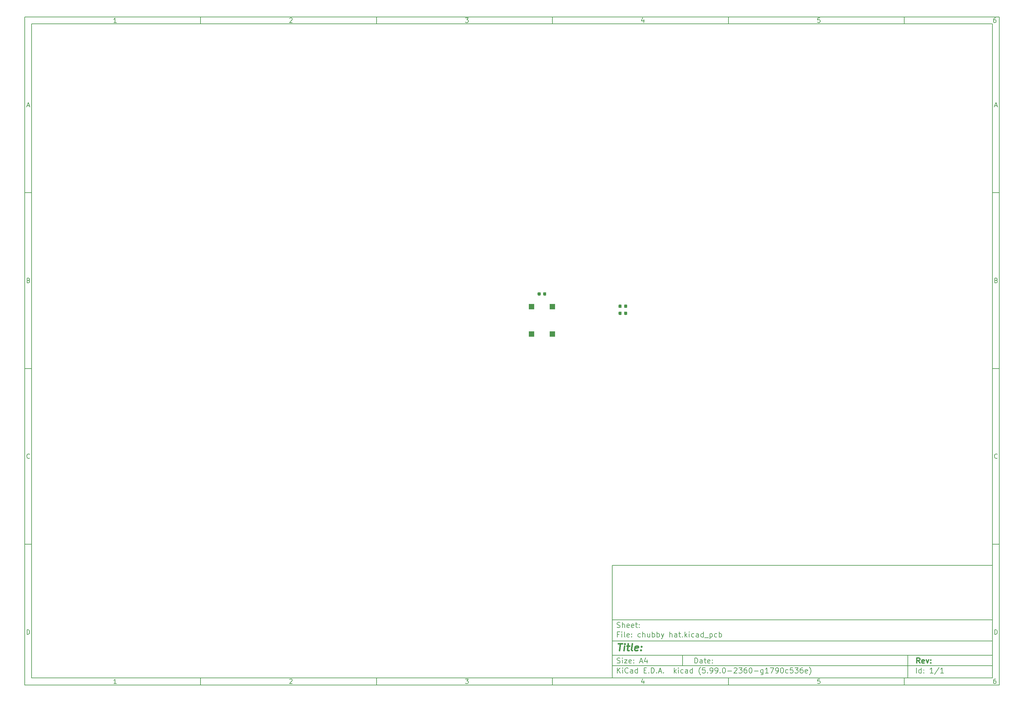
<source format=gbr>
%TF.GenerationSoftware,KiCad,Pcbnew,(5.99.0-2360-g1790c536e)*%
%TF.CreationDate,2020-08-29T16:27:00+02:00*%
%TF.ProjectId,chubby hat,63687562-6279-4206-9861-742e6b696361,rev?*%
%TF.SameCoordinates,Original*%
%TF.FileFunction,Paste,Top*%
%TF.FilePolarity,Positive*%
%FSLAX46Y46*%
G04 Gerber Fmt 4.6, Leading zero omitted, Abs format (unit mm)*
G04 Created by KiCad (PCBNEW (5.99.0-2360-g1790c536e)) date 2020-08-29 16:27:00*
%MOMM*%
%LPD*%
G01*
G04 APERTURE LIST*
%ADD10C,0.000000*%
%ADD11C,0.150000*%
%ADD12C,0.300000*%
%ADD13C,0.400000*%
%ADD14R,1.500000X1.500000*%
G04 APERTURE END LIST*
D10*
D11*
X177002200Y-166007200D02*
X177002200Y-198007200D01*
X285002200Y-198007200D01*
X285002200Y-166007200D01*
X177002200Y-166007200D01*
D10*
D11*
X10000000Y-10000000D02*
X10000000Y-200007200D01*
X287002200Y-200007200D01*
X287002200Y-10000000D01*
X10000000Y-10000000D01*
D10*
D11*
X12000000Y-12000000D02*
X12000000Y-198007200D01*
X285002200Y-198007200D01*
X285002200Y-12000000D01*
X12000000Y-12000000D01*
D10*
D11*
X60000000Y-12000000D02*
X60000000Y-10000000D01*
D10*
D11*
X110000000Y-12000000D02*
X110000000Y-10000000D01*
D10*
D11*
X160000000Y-12000000D02*
X160000000Y-10000000D01*
D10*
D11*
X210000000Y-12000000D02*
X210000000Y-10000000D01*
D10*
D11*
X260000000Y-12000000D02*
X260000000Y-10000000D01*
D10*
D11*
X36065476Y-11588095D02*
X35322619Y-11588095D01*
X35694047Y-11588095D02*
X35694047Y-10288095D01*
X35570238Y-10473809D01*
X35446428Y-10597619D01*
X35322619Y-10659523D01*
D10*
D11*
X85322619Y-10411904D02*
X85384523Y-10350000D01*
X85508333Y-10288095D01*
X85817857Y-10288095D01*
X85941666Y-10350000D01*
X86003571Y-10411904D01*
X86065476Y-10535714D01*
X86065476Y-10659523D01*
X86003571Y-10845238D01*
X85260714Y-11588095D01*
X86065476Y-11588095D01*
D10*
D11*
X135260714Y-10288095D02*
X136065476Y-10288095D01*
X135632142Y-10783333D01*
X135817857Y-10783333D01*
X135941666Y-10845238D01*
X136003571Y-10907142D01*
X136065476Y-11030952D01*
X136065476Y-11340476D01*
X136003571Y-11464285D01*
X135941666Y-11526190D01*
X135817857Y-11588095D01*
X135446428Y-11588095D01*
X135322619Y-11526190D01*
X135260714Y-11464285D01*
D10*
D11*
X185941666Y-10721428D02*
X185941666Y-11588095D01*
X185632142Y-10226190D02*
X185322619Y-11154761D01*
X186127380Y-11154761D01*
D10*
D11*
X236003571Y-10288095D02*
X235384523Y-10288095D01*
X235322619Y-10907142D01*
X235384523Y-10845238D01*
X235508333Y-10783333D01*
X235817857Y-10783333D01*
X235941666Y-10845238D01*
X236003571Y-10907142D01*
X236065476Y-11030952D01*
X236065476Y-11340476D01*
X236003571Y-11464285D01*
X235941666Y-11526190D01*
X235817857Y-11588095D01*
X235508333Y-11588095D01*
X235384523Y-11526190D01*
X235322619Y-11464285D01*
D10*
D11*
X285941666Y-10288095D02*
X285694047Y-10288095D01*
X285570238Y-10350000D01*
X285508333Y-10411904D01*
X285384523Y-10597619D01*
X285322619Y-10845238D01*
X285322619Y-11340476D01*
X285384523Y-11464285D01*
X285446428Y-11526190D01*
X285570238Y-11588095D01*
X285817857Y-11588095D01*
X285941666Y-11526190D01*
X286003571Y-11464285D01*
X286065476Y-11340476D01*
X286065476Y-11030952D01*
X286003571Y-10907142D01*
X285941666Y-10845238D01*
X285817857Y-10783333D01*
X285570238Y-10783333D01*
X285446428Y-10845238D01*
X285384523Y-10907142D01*
X285322619Y-11030952D01*
D10*
D11*
X60000000Y-198007200D02*
X60000000Y-200007200D01*
D10*
D11*
X110000000Y-198007200D02*
X110000000Y-200007200D01*
D10*
D11*
X160000000Y-198007200D02*
X160000000Y-200007200D01*
D10*
D11*
X210000000Y-198007200D02*
X210000000Y-200007200D01*
D10*
D11*
X260000000Y-198007200D02*
X260000000Y-200007200D01*
D10*
D11*
X36065476Y-199595295D02*
X35322619Y-199595295D01*
X35694047Y-199595295D02*
X35694047Y-198295295D01*
X35570238Y-198481009D01*
X35446428Y-198604819D01*
X35322619Y-198666723D01*
D10*
D11*
X85322619Y-198419104D02*
X85384523Y-198357200D01*
X85508333Y-198295295D01*
X85817857Y-198295295D01*
X85941666Y-198357200D01*
X86003571Y-198419104D01*
X86065476Y-198542914D01*
X86065476Y-198666723D01*
X86003571Y-198852438D01*
X85260714Y-199595295D01*
X86065476Y-199595295D01*
D10*
D11*
X135260714Y-198295295D02*
X136065476Y-198295295D01*
X135632142Y-198790533D01*
X135817857Y-198790533D01*
X135941666Y-198852438D01*
X136003571Y-198914342D01*
X136065476Y-199038152D01*
X136065476Y-199347676D01*
X136003571Y-199471485D01*
X135941666Y-199533390D01*
X135817857Y-199595295D01*
X135446428Y-199595295D01*
X135322619Y-199533390D01*
X135260714Y-199471485D01*
D10*
D11*
X185941666Y-198728628D02*
X185941666Y-199595295D01*
X185632142Y-198233390D02*
X185322619Y-199161961D01*
X186127380Y-199161961D01*
D10*
D11*
X236003571Y-198295295D02*
X235384523Y-198295295D01*
X235322619Y-198914342D01*
X235384523Y-198852438D01*
X235508333Y-198790533D01*
X235817857Y-198790533D01*
X235941666Y-198852438D01*
X236003571Y-198914342D01*
X236065476Y-199038152D01*
X236065476Y-199347676D01*
X236003571Y-199471485D01*
X235941666Y-199533390D01*
X235817857Y-199595295D01*
X235508333Y-199595295D01*
X235384523Y-199533390D01*
X235322619Y-199471485D01*
D10*
D11*
X285941666Y-198295295D02*
X285694047Y-198295295D01*
X285570238Y-198357200D01*
X285508333Y-198419104D01*
X285384523Y-198604819D01*
X285322619Y-198852438D01*
X285322619Y-199347676D01*
X285384523Y-199471485D01*
X285446428Y-199533390D01*
X285570238Y-199595295D01*
X285817857Y-199595295D01*
X285941666Y-199533390D01*
X286003571Y-199471485D01*
X286065476Y-199347676D01*
X286065476Y-199038152D01*
X286003571Y-198914342D01*
X285941666Y-198852438D01*
X285817857Y-198790533D01*
X285570238Y-198790533D01*
X285446428Y-198852438D01*
X285384523Y-198914342D01*
X285322619Y-199038152D01*
D10*
D11*
X10000000Y-60000000D02*
X12000000Y-60000000D01*
D10*
D11*
X10000000Y-110000000D02*
X12000000Y-110000000D01*
D10*
D11*
X10000000Y-160000000D02*
X12000000Y-160000000D01*
D10*
D11*
X10690476Y-35216666D02*
X11309523Y-35216666D01*
X10566666Y-35588095D02*
X11000000Y-34288095D01*
X11433333Y-35588095D01*
D10*
D11*
X11092857Y-84907142D02*
X11278571Y-84969047D01*
X11340476Y-85030952D01*
X11402380Y-85154761D01*
X11402380Y-85340476D01*
X11340476Y-85464285D01*
X11278571Y-85526190D01*
X11154761Y-85588095D01*
X10659523Y-85588095D01*
X10659523Y-84288095D01*
X11092857Y-84288095D01*
X11216666Y-84350000D01*
X11278571Y-84411904D01*
X11340476Y-84535714D01*
X11340476Y-84659523D01*
X11278571Y-84783333D01*
X11216666Y-84845238D01*
X11092857Y-84907142D01*
X10659523Y-84907142D01*
D10*
D11*
X11402380Y-135464285D02*
X11340476Y-135526190D01*
X11154761Y-135588095D01*
X11030952Y-135588095D01*
X10845238Y-135526190D01*
X10721428Y-135402380D01*
X10659523Y-135278571D01*
X10597619Y-135030952D01*
X10597619Y-134845238D01*
X10659523Y-134597619D01*
X10721428Y-134473809D01*
X10845238Y-134350000D01*
X11030952Y-134288095D01*
X11154761Y-134288095D01*
X11340476Y-134350000D01*
X11402380Y-134411904D01*
D10*
D11*
X10659523Y-185588095D02*
X10659523Y-184288095D01*
X10969047Y-184288095D01*
X11154761Y-184350000D01*
X11278571Y-184473809D01*
X11340476Y-184597619D01*
X11402380Y-184845238D01*
X11402380Y-185030952D01*
X11340476Y-185278571D01*
X11278571Y-185402380D01*
X11154761Y-185526190D01*
X10969047Y-185588095D01*
X10659523Y-185588095D01*
D10*
D11*
X287002200Y-60000000D02*
X285002200Y-60000000D01*
D10*
D11*
X287002200Y-110000000D02*
X285002200Y-110000000D01*
D10*
D11*
X287002200Y-160000000D02*
X285002200Y-160000000D01*
D10*
D11*
X285692676Y-35216666D02*
X286311723Y-35216666D01*
X285568866Y-35588095D02*
X286002200Y-34288095D01*
X286435533Y-35588095D01*
D10*
D11*
X286095057Y-84907142D02*
X286280771Y-84969047D01*
X286342676Y-85030952D01*
X286404580Y-85154761D01*
X286404580Y-85340476D01*
X286342676Y-85464285D01*
X286280771Y-85526190D01*
X286156961Y-85588095D01*
X285661723Y-85588095D01*
X285661723Y-84288095D01*
X286095057Y-84288095D01*
X286218866Y-84350000D01*
X286280771Y-84411904D01*
X286342676Y-84535714D01*
X286342676Y-84659523D01*
X286280771Y-84783333D01*
X286218866Y-84845238D01*
X286095057Y-84907142D01*
X285661723Y-84907142D01*
D10*
D11*
X286404580Y-135464285D02*
X286342676Y-135526190D01*
X286156961Y-135588095D01*
X286033152Y-135588095D01*
X285847438Y-135526190D01*
X285723628Y-135402380D01*
X285661723Y-135278571D01*
X285599819Y-135030952D01*
X285599819Y-134845238D01*
X285661723Y-134597619D01*
X285723628Y-134473809D01*
X285847438Y-134350000D01*
X286033152Y-134288095D01*
X286156961Y-134288095D01*
X286342676Y-134350000D01*
X286404580Y-134411904D01*
D10*
D11*
X285661723Y-185588095D02*
X285661723Y-184288095D01*
X285971247Y-184288095D01*
X286156961Y-184350000D01*
X286280771Y-184473809D01*
X286342676Y-184597619D01*
X286404580Y-184845238D01*
X286404580Y-185030952D01*
X286342676Y-185278571D01*
X286280771Y-185402380D01*
X286156961Y-185526190D01*
X285971247Y-185588095D01*
X285661723Y-185588095D01*
D10*
D11*
X200434342Y-193785771D02*
X200434342Y-192285771D01*
X200791485Y-192285771D01*
X201005771Y-192357200D01*
X201148628Y-192500057D01*
X201220057Y-192642914D01*
X201291485Y-192928628D01*
X201291485Y-193142914D01*
X201220057Y-193428628D01*
X201148628Y-193571485D01*
X201005771Y-193714342D01*
X200791485Y-193785771D01*
X200434342Y-193785771D01*
X202577200Y-193785771D02*
X202577200Y-193000057D01*
X202505771Y-192857200D01*
X202362914Y-192785771D01*
X202077200Y-192785771D01*
X201934342Y-192857200D01*
X202577200Y-193714342D02*
X202434342Y-193785771D01*
X202077200Y-193785771D01*
X201934342Y-193714342D01*
X201862914Y-193571485D01*
X201862914Y-193428628D01*
X201934342Y-193285771D01*
X202077200Y-193214342D01*
X202434342Y-193214342D01*
X202577200Y-193142914D01*
X203077200Y-192785771D02*
X203648628Y-192785771D01*
X203291485Y-192285771D02*
X203291485Y-193571485D01*
X203362914Y-193714342D01*
X203505771Y-193785771D01*
X203648628Y-193785771D01*
X204720057Y-193714342D02*
X204577200Y-193785771D01*
X204291485Y-193785771D01*
X204148628Y-193714342D01*
X204077200Y-193571485D01*
X204077200Y-193000057D01*
X204148628Y-192857200D01*
X204291485Y-192785771D01*
X204577200Y-192785771D01*
X204720057Y-192857200D01*
X204791485Y-193000057D01*
X204791485Y-193142914D01*
X204077200Y-193285771D01*
X205434342Y-193642914D02*
X205505771Y-193714342D01*
X205434342Y-193785771D01*
X205362914Y-193714342D01*
X205434342Y-193642914D01*
X205434342Y-193785771D01*
X205434342Y-192857200D02*
X205505771Y-192928628D01*
X205434342Y-193000057D01*
X205362914Y-192928628D01*
X205434342Y-192857200D01*
X205434342Y-193000057D01*
D10*
D11*
X177002200Y-194507200D02*
X285002200Y-194507200D01*
D10*
D11*
X178434342Y-196585771D02*
X178434342Y-195085771D01*
X179291485Y-196585771D02*
X178648628Y-195728628D01*
X179291485Y-195085771D02*
X178434342Y-195942914D01*
X179934342Y-196585771D02*
X179934342Y-195585771D01*
X179934342Y-195085771D02*
X179862914Y-195157200D01*
X179934342Y-195228628D01*
X180005771Y-195157200D01*
X179934342Y-195085771D01*
X179934342Y-195228628D01*
X181505771Y-196442914D02*
X181434342Y-196514342D01*
X181220057Y-196585771D01*
X181077200Y-196585771D01*
X180862914Y-196514342D01*
X180720057Y-196371485D01*
X180648628Y-196228628D01*
X180577200Y-195942914D01*
X180577200Y-195728628D01*
X180648628Y-195442914D01*
X180720057Y-195300057D01*
X180862914Y-195157200D01*
X181077200Y-195085771D01*
X181220057Y-195085771D01*
X181434342Y-195157200D01*
X181505771Y-195228628D01*
X182791485Y-196585771D02*
X182791485Y-195800057D01*
X182720057Y-195657200D01*
X182577200Y-195585771D01*
X182291485Y-195585771D01*
X182148628Y-195657200D01*
X182791485Y-196514342D02*
X182648628Y-196585771D01*
X182291485Y-196585771D01*
X182148628Y-196514342D01*
X182077200Y-196371485D01*
X182077200Y-196228628D01*
X182148628Y-196085771D01*
X182291485Y-196014342D01*
X182648628Y-196014342D01*
X182791485Y-195942914D01*
X184148628Y-196585771D02*
X184148628Y-195085771D01*
X184148628Y-196514342D02*
X184005771Y-196585771D01*
X183720057Y-196585771D01*
X183577200Y-196514342D01*
X183505771Y-196442914D01*
X183434342Y-196300057D01*
X183434342Y-195871485D01*
X183505771Y-195728628D01*
X183577200Y-195657200D01*
X183720057Y-195585771D01*
X184005771Y-195585771D01*
X184148628Y-195657200D01*
X186005771Y-195800057D02*
X186505771Y-195800057D01*
X186720057Y-196585771D02*
X186005771Y-196585771D01*
X186005771Y-195085771D01*
X186720057Y-195085771D01*
X187362914Y-196442914D02*
X187434342Y-196514342D01*
X187362914Y-196585771D01*
X187291485Y-196514342D01*
X187362914Y-196442914D01*
X187362914Y-196585771D01*
X188077200Y-196585771D02*
X188077200Y-195085771D01*
X188434342Y-195085771D01*
X188648628Y-195157200D01*
X188791485Y-195300057D01*
X188862914Y-195442914D01*
X188934342Y-195728628D01*
X188934342Y-195942914D01*
X188862914Y-196228628D01*
X188791485Y-196371485D01*
X188648628Y-196514342D01*
X188434342Y-196585771D01*
X188077200Y-196585771D01*
X189577200Y-196442914D02*
X189648628Y-196514342D01*
X189577200Y-196585771D01*
X189505771Y-196514342D01*
X189577200Y-196442914D01*
X189577200Y-196585771D01*
X190220057Y-196157200D02*
X190934342Y-196157200D01*
X190077200Y-196585771D02*
X190577200Y-195085771D01*
X191077200Y-196585771D01*
X191577200Y-196442914D02*
X191648628Y-196514342D01*
X191577200Y-196585771D01*
X191505771Y-196514342D01*
X191577200Y-196442914D01*
X191577200Y-196585771D01*
X194577200Y-196585771D02*
X194577200Y-195085771D01*
X194720057Y-196014342D02*
X195148628Y-196585771D01*
X195148628Y-195585771D02*
X194577200Y-196157200D01*
X195791485Y-196585771D02*
X195791485Y-195585771D01*
X195791485Y-195085771D02*
X195720057Y-195157200D01*
X195791485Y-195228628D01*
X195862914Y-195157200D01*
X195791485Y-195085771D01*
X195791485Y-195228628D01*
X197148628Y-196514342D02*
X197005771Y-196585771D01*
X196720057Y-196585771D01*
X196577200Y-196514342D01*
X196505771Y-196442914D01*
X196434342Y-196300057D01*
X196434342Y-195871485D01*
X196505771Y-195728628D01*
X196577200Y-195657200D01*
X196720057Y-195585771D01*
X197005771Y-195585771D01*
X197148628Y-195657200D01*
X198434342Y-196585771D02*
X198434342Y-195800057D01*
X198362914Y-195657200D01*
X198220057Y-195585771D01*
X197934342Y-195585771D01*
X197791485Y-195657200D01*
X198434342Y-196514342D02*
X198291485Y-196585771D01*
X197934342Y-196585771D01*
X197791485Y-196514342D01*
X197720057Y-196371485D01*
X197720057Y-196228628D01*
X197791485Y-196085771D01*
X197934342Y-196014342D01*
X198291485Y-196014342D01*
X198434342Y-195942914D01*
X199791485Y-196585771D02*
X199791485Y-195085771D01*
X199791485Y-196514342D02*
X199648628Y-196585771D01*
X199362914Y-196585771D01*
X199220057Y-196514342D01*
X199148628Y-196442914D01*
X199077200Y-196300057D01*
X199077200Y-195871485D01*
X199148628Y-195728628D01*
X199220057Y-195657200D01*
X199362914Y-195585771D01*
X199648628Y-195585771D01*
X199791485Y-195657200D01*
X202077200Y-197157200D02*
X202005771Y-197085771D01*
X201862914Y-196871485D01*
X201791485Y-196728628D01*
X201720057Y-196514342D01*
X201648628Y-196157200D01*
X201648628Y-195871485D01*
X201720057Y-195514342D01*
X201791485Y-195300057D01*
X201862914Y-195157200D01*
X202005771Y-194942914D01*
X202077200Y-194871485D01*
X203362914Y-195085771D02*
X202648628Y-195085771D01*
X202577200Y-195800057D01*
X202648628Y-195728628D01*
X202791485Y-195657200D01*
X203148628Y-195657200D01*
X203291485Y-195728628D01*
X203362914Y-195800057D01*
X203434342Y-195942914D01*
X203434342Y-196300057D01*
X203362914Y-196442914D01*
X203291485Y-196514342D01*
X203148628Y-196585771D01*
X202791485Y-196585771D01*
X202648628Y-196514342D01*
X202577200Y-196442914D01*
X204077200Y-196442914D02*
X204148628Y-196514342D01*
X204077200Y-196585771D01*
X204005771Y-196514342D01*
X204077200Y-196442914D01*
X204077200Y-196585771D01*
X204862914Y-196585771D02*
X205148628Y-196585771D01*
X205291485Y-196514342D01*
X205362914Y-196442914D01*
X205505771Y-196228628D01*
X205577200Y-195942914D01*
X205577200Y-195371485D01*
X205505771Y-195228628D01*
X205434342Y-195157200D01*
X205291485Y-195085771D01*
X205005771Y-195085771D01*
X204862914Y-195157200D01*
X204791485Y-195228628D01*
X204720057Y-195371485D01*
X204720057Y-195728628D01*
X204791485Y-195871485D01*
X204862914Y-195942914D01*
X205005771Y-196014342D01*
X205291485Y-196014342D01*
X205434342Y-195942914D01*
X205505771Y-195871485D01*
X205577200Y-195728628D01*
X206291485Y-196585771D02*
X206577200Y-196585771D01*
X206720057Y-196514342D01*
X206791485Y-196442914D01*
X206934342Y-196228628D01*
X207005771Y-195942914D01*
X207005771Y-195371485D01*
X206934342Y-195228628D01*
X206862914Y-195157200D01*
X206720057Y-195085771D01*
X206434342Y-195085771D01*
X206291485Y-195157200D01*
X206220057Y-195228628D01*
X206148628Y-195371485D01*
X206148628Y-195728628D01*
X206220057Y-195871485D01*
X206291485Y-195942914D01*
X206434342Y-196014342D01*
X206720057Y-196014342D01*
X206862914Y-195942914D01*
X206934342Y-195871485D01*
X207005771Y-195728628D01*
X207648628Y-196442914D02*
X207720057Y-196514342D01*
X207648628Y-196585771D01*
X207577200Y-196514342D01*
X207648628Y-196442914D01*
X207648628Y-196585771D01*
X208648628Y-195085771D02*
X208791485Y-195085771D01*
X208934342Y-195157200D01*
X209005771Y-195228628D01*
X209077200Y-195371485D01*
X209148628Y-195657200D01*
X209148628Y-196014342D01*
X209077200Y-196300057D01*
X209005771Y-196442914D01*
X208934342Y-196514342D01*
X208791485Y-196585771D01*
X208648628Y-196585771D01*
X208505771Y-196514342D01*
X208434342Y-196442914D01*
X208362914Y-196300057D01*
X208291485Y-196014342D01*
X208291485Y-195657200D01*
X208362914Y-195371485D01*
X208434342Y-195228628D01*
X208505771Y-195157200D01*
X208648628Y-195085771D01*
X209791485Y-196014342D02*
X210934342Y-196014342D01*
X211577200Y-195228628D02*
X211648628Y-195157200D01*
X211791485Y-195085771D01*
X212148628Y-195085771D01*
X212291485Y-195157200D01*
X212362914Y-195228628D01*
X212434342Y-195371485D01*
X212434342Y-195514342D01*
X212362914Y-195728628D01*
X211505771Y-196585771D01*
X212434342Y-196585771D01*
X212934342Y-195085771D02*
X213862914Y-195085771D01*
X213362914Y-195657200D01*
X213577200Y-195657200D01*
X213720057Y-195728628D01*
X213791485Y-195800057D01*
X213862914Y-195942914D01*
X213862914Y-196300057D01*
X213791485Y-196442914D01*
X213720057Y-196514342D01*
X213577200Y-196585771D01*
X213148628Y-196585771D01*
X213005771Y-196514342D01*
X212934342Y-196442914D01*
X215148628Y-195085771D02*
X214862914Y-195085771D01*
X214720057Y-195157200D01*
X214648628Y-195228628D01*
X214505771Y-195442914D01*
X214434342Y-195728628D01*
X214434342Y-196300057D01*
X214505771Y-196442914D01*
X214577200Y-196514342D01*
X214720057Y-196585771D01*
X215005771Y-196585771D01*
X215148628Y-196514342D01*
X215220057Y-196442914D01*
X215291485Y-196300057D01*
X215291485Y-195942914D01*
X215220057Y-195800057D01*
X215148628Y-195728628D01*
X215005771Y-195657200D01*
X214720057Y-195657200D01*
X214577200Y-195728628D01*
X214505771Y-195800057D01*
X214434342Y-195942914D01*
X216220057Y-195085771D02*
X216362914Y-195085771D01*
X216505771Y-195157200D01*
X216577200Y-195228628D01*
X216648628Y-195371485D01*
X216720057Y-195657200D01*
X216720057Y-196014342D01*
X216648628Y-196300057D01*
X216577200Y-196442914D01*
X216505771Y-196514342D01*
X216362914Y-196585771D01*
X216220057Y-196585771D01*
X216077200Y-196514342D01*
X216005771Y-196442914D01*
X215934342Y-196300057D01*
X215862914Y-196014342D01*
X215862914Y-195657200D01*
X215934342Y-195371485D01*
X216005771Y-195228628D01*
X216077200Y-195157200D01*
X216220057Y-195085771D01*
X217362914Y-196014342D02*
X218505771Y-196014342D01*
X219862914Y-195585771D02*
X219862914Y-196800057D01*
X219791485Y-196942914D01*
X219720057Y-197014342D01*
X219577200Y-197085771D01*
X219362914Y-197085771D01*
X219220057Y-197014342D01*
X219862914Y-196514342D02*
X219720057Y-196585771D01*
X219434342Y-196585771D01*
X219291485Y-196514342D01*
X219220057Y-196442914D01*
X219148628Y-196300057D01*
X219148628Y-195871485D01*
X219220057Y-195728628D01*
X219291485Y-195657200D01*
X219434342Y-195585771D01*
X219720057Y-195585771D01*
X219862914Y-195657200D01*
X221362914Y-196585771D02*
X220505771Y-196585771D01*
X220934342Y-196585771D02*
X220934342Y-195085771D01*
X220791485Y-195300057D01*
X220648628Y-195442914D01*
X220505771Y-195514342D01*
X221862914Y-195085771D02*
X222862914Y-195085771D01*
X222220057Y-196585771D01*
X223505771Y-196585771D02*
X223791485Y-196585771D01*
X223934342Y-196514342D01*
X224005771Y-196442914D01*
X224148628Y-196228628D01*
X224220057Y-195942914D01*
X224220057Y-195371485D01*
X224148628Y-195228628D01*
X224077200Y-195157200D01*
X223934342Y-195085771D01*
X223648628Y-195085771D01*
X223505771Y-195157200D01*
X223434342Y-195228628D01*
X223362914Y-195371485D01*
X223362914Y-195728628D01*
X223434342Y-195871485D01*
X223505771Y-195942914D01*
X223648628Y-196014342D01*
X223934342Y-196014342D01*
X224077200Y-195942914D01*
X224148628Y-195871485D01*
X224220057Y-195728628D01*
X225148628Y-195085771D02*
X225291485Y-195085771D01*
X225434342Y-195157200D01*
X225505771Y-195228628D01*
X225577200Y-195371485D01*
X225648628Y-195657200D01*
X225648628Y-196014342D01*
X225577200Y-196300057D01*
X225505771Y-196442914D01*
X225434342Y-196514342D01*
X225291485Y-196585771D01*
X225148628Y-196585771D01*
X225005771Y-196514342D01*
X224934342Y-196442914D01*
X224862914Y-196300057D01*
X224791485Y-196014342D01*
X224791485Y-195657200D01*
X224862914Y-195371485D01*
X224934342Y-195228628D01*
X225005771Y-195157200D01*
X225148628Y-195085771D01*
X226934342Y-196514342D02*
X226791485Y-196585771D01*
X226505771Y-196585771D01*
X226362914Y-196514342D01*
X226291485Y-196442914D01*
X226220057Y-196300057D01*
X226220057Y-195871485D01*
X226291485Y-195728628D01*
X226362914Y-195657200D01*
X226505771Y-195585771D01*
X226791485Y-195585771D01*
X226934342Y-195657200D01*
X228291485Y-195085771D02*
X227577199Y-195085771D01*
X227505771Y-195800057D01*
X227577199Y-195728628D01*
X227720057Y-195657200D01*
X228077199Y-195657200D01*
X228220057Y-195728628D01*
X228291485Y-195800057D01*
X228362914Y-195942914D01*
X228362914Y-196300057D01*
X228291485Y-196442914D01*
X228220057Y-196514342D01*
X228077199Y-196585771D01*
X227720057Y-196585771D01*
X227577199Y-196514342D01*
X227505771Y-196442914D01*
X228862914Y-195085771D02*
X229791485Y-195085771D01*
X229291485Y-195657200D01*
X229505771Y-195657200D01*
X229648628Y-195728628D01*
X229720057Y-195800057D01*
X229791485Y-195942914D01*
X229791485Y-196300057D01*
X229720057Y-196442914D01*
X229648628Y-196514342D01*
X229505771Y-196585771D01*
X229077199Y-196585771D01*
X228934342Y-196514342D01*
X228862914Y-196442914D01*
X231077199Y-195085771D02*
X230791485Y-195085771D01*
X230648628Y-195157200D01*
X230577199Y-195228628D01*
X230434342Y-195442914D01*
X230362914Y-195728628D01*
X230362914Y-196300057D01*
X230434342Y-196442914D01*
X230505771Y-196514342D01*
X230648628Y-196585771D01*
X230934342Y-196585771D01*
X231077199Y-196514342D01*
X231148628Y-196442914D01*
X231220057Y-196300057D01*
X231220057Y-195942914D01*
X231148628Y-195800057D01*
X231077199Y-195728628D01*
X230934342Y-195657200D01*
X230648628Y-195657200D01*
X230505771Y-195728628D01*
X230434342Y-195800057D01*
X230362914Y-195942914D01*
X232434342Y-196514342D02*
X232291485Y-196585771D01*
X232005771Y-196585771D01*
X231862914Y-196514342D01*
X231791485Y-196371485D01*
X231791485Y-195800057D01*
X231862914Y-195657200D01*
X232005771Y-195585771D01*
X232291485Y-195585771D01*
X232434342Y-195657200D01*
X232505771Y-195800057D01*
X232505771Y-195942914D01*
X231791485Y-196085771D01*
X233005771Y-197157200D02*
X233077199Y-197085771D01*
X233220057Y-196871485D01*
X233291485Y-196728628D01*
X233362914Y-196514342D01*
X233434342Y-196157200D01*
X233434342Y-195871485D01*
X233362914Y-195514342D01*
X233291485Y-195300057D01*
X233220057Y-195157200D01*
X233077199Y-194942914D01*
X233005771Y-194871485D01*
D10*
D11*
X177002200Y-191507200D02*
X285002200Y-191507200D01*
D10*
D12*
X264411485Y-193785771D02*
X263911485Y-193071485D01*
X263554342Y-193785771D02*
X263554342Y-192285771D01*
X264125771Y-192285771D01*
X264268628Y-192357200D01*
X264340057Y-192428628D01*
X264411485Y-192571485D01*
X264411485Y-192785771D01*
X264340057Y-192928628D01*
X264268628Y-193000057D01*
X264125771Y-193071485D01*
X263554342Y-193071485D01*
X265625771Y-193714342D02*
X265482914Y-193785771D01*
X265197200Y-193785771D01*
X265054342Y-193714342D01*
X264982914Y-193571485D01*
X264982914Y-193000057D01*
X265054342Y-192857200D01*
X265197200Y-192785771D01*
X265482914Y-192785771D01*
X265625771Y-192857200D01*
X265697200Y-193000057D01*
X265697200Y-193142914D01*
X264982914Y-193285771D01*
X266197200Y-192785771D02*
X266554342Y-193785771D01*
X266911485Y-192785771D01*
X267482914Y-193642914D02*
X267554342Y-193714342D01*
X267482914Y-193785771D01*
X267411485Y-193714342D01*
X267482914Y-193642914D01*
X267482914Y-193785771D01*
X267482914Y-192857200D02*
X267554342Y-192928628D01*
X267482914Y-193000057D01*
X267411485Y-192928628D01*
X267482914Y-192857200D01*
X267482914Y-193000057D01*
D10*
D11*
X178362914Y-193714342D02*
X178577200Y-193785771D01*
X178934342Y-193785771D01*
X179077200Y-193714342D01*
X179148628Y-193642914D01*
X179220057Y-193500057D01*
X179220057Y-193357200D01*
X179148628Y-193214342D01*
X179077200Y-193142914D01*
X178934342Y-193071485D01*
X178648628Y-193000057D01*
X178505771Y-192928628D01*
X178434342Y-192857200D01*
X178362914Y-192714342D01*
X178362914Y-192571485D01*
X178434342Y-192428628D01*
X178505771Y-192357200D01*
X178648628Y-192285771D01*
X179005771Y-192285771D01*
X179220057Y-192357200D01*
X179862914Y-193785771D02*
X179862914Y-192785771D01*
X179862914Y-192285771D02*
X179791485Y-192357200D01*
X179862914Y-192428628D01*
X179934342Y-192357200D01*
X179862914Y-192285771D01*
X179862914Y-192428628D01*
X180434342Y-192785771D02*
X181220057Y-192785771D01*
X180434342Y-193785771D01*
X181220057Y-193785771D01*
X182362914Y-193714342D02*
X182220057Y-193785771D01*
X181934342Y-193785771D01*
X181791485Y-193714342D01*
X181720057Y-193571485D01*
X181720057Y-193000057D01*
X181791485Y-192857200D01*
X181934342Y-192785771D01*
X182220057Y-192785771D01*
X182362914Y-192857200D01*
X182434342Y-193000057D01*
X182434342Y-193142914D01*
X181720057Y-193285771D01*
X183077200Y-193642914D02*
X183148628Y-193714342D01*
X183077200Y-193785771D01*
X183005771Y-193714342D01*
X183077200Y-193642914D01*
X183077200Y-193785771D01*
X183077200Y-192857200D02*
X183148628Y-192928628D01*
X183077200Y-193000057D01*
X183005771Y-192928628D01*
X183077200Y-192857200D01*
X183077200Y-193000057D01*
X184862914Y-193357200D02*
X185577200Y-193357200D01*
X184720057Y-193785771D02*
X185220057Y-192285771D01*
X185720057Y-193785771D01*
X186862914Y-192785771D02*
X186862914Y-193785771D01*
X186505771Y-192214342D02*
X186148628Y-193285771D01*
X187077200Y-193285771D01*
D10*
D11*
X263434342Y-196585771D02*
X263434342Y-195085771D01*
X264791485Y-196585771D02*
X264791485Y-195085771D01*
X264791485Y-196514342D02*
X264648628Y-196585771D01*
X264362914Y-196585771D01*
X264220057Y-196514342D01*
X264148628Y-196442914D01*
X264077200Y-196300057D01*
X264077200Y-195871485D01*
X264148628Y-195728628D01*
X264220057Y-195657200D01*
X264362914Y-195585771D01*
X264648628Y-195585771D01*
X264791485Y-195657200D01*
X265505771Y-196442914D02*
X265577200Y-196514342D01*
X265505771Y-196585771D01*
X265434342Y-196514342D01*
X265505771Y-196442914D01*
X265505771Y-196585771D01*
X265505771Y-195657200D02*
X265577200Y-195728628D01*
X265505771Y-195800057D01*
X265434342Y-195728628D01*
X265505771Y-195657200D01*
X265505771Y-195800057D01*
X268148628Y-196585771D02*
X267291485Y-196585771D01*
X267720057Y-196585771D02*
X267720057Y-195085771D01*
X267577200Y-195300057D01*
X267434342Y-195442914D01*
X267291485Y-195514342D01*
X269862914Y-195014342D02*
X268577200Y-196942914D01*
X271148628Y-196585771D02*
X270291485Y-196585771D01*
X270720057Y-196585771D02*
X270720057Y-195085771D01*
X270577200Y-195300057D01*
X270434342Y-195442914D01*
X270291485Y-195514342D01*
D10*
D11*
X177002200Y-187507200D02*
X285002200Y-187507200D01*
D10*
D13*
X178714580Y-188211961D02*
X179857438Y-188211961D01*
X179036009Y-190211961D02*
X179286009Y-188211961D01*
X180274104Y-190211961D02*
X180440771Y-188878628D01*
X180524104Y-188211961D02*
X180416961Y-188307200D01*
X180500295Y-188402438D01*
X180607438Y-188307200D01*
X180524104Y-188211961D01*
X180500295Y-188402438D01*
X181107438Y-188878628D02*
X181869342Y-188878628D01*
X181476485Y-188211961D02*
X181262200Y-189926247D01*
X181333628Y-190116723D01*
X181512200Y-190211961D01*
X181702676Y-190211961D01*
X182655057Y-190211961D02*
X182476485Y-190116723D01*
X182405057Y-189926247D01*
X182619342Y-188211961D01*
X184190771Y-190116723D02*
X183988390Y-190211961D01*
X183607438Y-190211961D01*
X183428866Y-190116723D01*
X183357438Y-189926247D01*
X183452676Y-189164342D01*
X183571723Y-188973866D01*
X183774104Y-188878628D01*
X184155057Y-188878628D01*
X184333628Y-188973866D01*
X184405057Y-189164342D01*
X184381247Y-189354819D01*
X183405057Y-189545295D01*
X185155057Y-190021485D02*
X185238390Y-190116723D01*
X185131247Y-190211961D01*
X185047914Y-190116723D01*
X185155057Y-190021485D01*
X185131247Y-190211961D01*
X185286009Y-188973866D02*
X185369342Y-189069104D01*
X185262200Y-189164342D01*
X185178866Y-189069104D01*
X185286009Y-188973866D01*
X185262200Y-189164342D01*
D10*
D11*
X178934342Y-185600057D02*
X178434342Y-185600057D01*
X178434342Y-186385771D02*
X178434342Y-184885771D01*
X179148628Y-184885771D01*
X179720057Y-186385771D02*
X179720057Y-185385771D01*
X179720057Y-184885771D02*
X179648628Y-184957200D01*
X179720057Y-185028628D01*
X179791485Y-184957200D01*
X179720057Y-184885771D01*
X179720057Y-185028628D01*
X180648628Y-186385771D02*
X180505771Y-186314342D01*
X180434342Y-186171485D01*
X180434342Y-184885771D01*
X181791485Y-186314342D02*
X181648628Y-186385771D01*
X181362914Y-186385771D01*
X181220057Y-186314342D01*
X181148628Y-186171485D01*
X181148628Y-185600057D01*
X181220057Y-185457200D01*
X181362914Y-185385771D01*
X181648628Y-185385771D01*
X181791485Y-185457200D01*
X181862914Y-185600057D01*
X181862914Y-185742914D01*
X181148628Y-185885771D01*
X182505771Y-186242914D02*
X182577200Y-186314342D01*
X182505771Y-186385771D01*
X182434342Y-186314342D01*
X182505771Y-186242914D01*
X182505771Y-186385771D01*
X182505771Y-185457200D02*
X182577200Y-185528628D01*
X182505771Y-185600057D01*
X182434342Y-185528628D01*
X182505771Y-185457200D01*
X182505771Y-185600057D01*
X185005771Y-186314342D02*
X184862914Y-186385771D01*
X184577200Y-186385771D01*
X184434342Y-186314342D01*
X184362914Y-186242914D01*
X184291485Y-186100057D01*
X184291485Y-185671485D01*
X184362914Y-185528628D01*
X184434342Y-185457200D01*
X184577200Y-185385771D01*
X184862914Y-185385771D01*
X185005771Y-185457200D01*
X185648628Y-186385771D02*
X185648628Y-184885771D01*
X186291485Y-186385771D02*
X186291485Y-185600057D01*
X186220057Y-185457200D01*
X186077200Y-185385771D01*
X185862914Y-185385771D01*
X185720057Y-185457200D01*
X185648628Y-185528628D01*
X187648628Y-185385771D02*
X187648628Y-186385771D01*
X187005771Y-185385771D02*
X187005771Y-186171485D01*
X187077200Y-186314342D01*
X187220057Y-186385771D01*
X187434342Y-186385771D01*
X187577200Y-186314342D01*
X187648628Y-186242914D01*
X188362914Y-186385771D02*
X188362914Y-184885771D01*
X188362914Y-185457200D02*
X188505771Y-185385771D01*
X188791485Y-185385771D01*
X188934342Y-185457200D01*
X189005771Y-185528628D01*
X189077200Y-185671485D01*
X189077200Y-186100057D01*
X189005771Y-186242914D01*
X188934342Y-186314342D01*
X188791485Y-186385771D01*
X188505771Y-186385771D01*
X188362914Y-186314342D01*
X189720057Y-186385771D02*
X189720057Y-184885771D01*
X189720057Y-185457200D02*
X189862914Y-185385771D01*
X190148628Y-185385771D01*
X190291485Y-185457200D01*
X190362914Y-185528628D01*
X190434342Y-185671485D01*
X190434342Y-186100057D01*
X190362914Y-186242914D01*
X190291485Y-186314342D01*
X190148628Y-186385771D01*
X189862914Y-186385771D01*
X189720057Y-186314342D01*
X190934342Y-185385771D02*
X191291485Y-186385771D01*
X191648628Y-185385771D02*
X191291485Y-186385771D01*
X191148628Y-186742914D01*
X191077200Y-186814342D01*
X190934342Y-186885771D01*
X193362914Y-186385771D02*
X193362914Y-184885771D01*
X194005771Y-186385771D02*
X194005771Y-185600057D01*
X193934342Y-185457200D01*
X193791485Y-185385771D01*
X193577200Y-185385771D01*
X193434342Y-185457200D01*
X193362914Y-185528628D01*
X195362914Y-186385771D02*
X195362914Y-185600057D01*
X195291485Y-185457200D01*
X195148628Y-185385771D01*
X194862914Y-185385771D01*
X194720057Y-185457200D01*
X195362914Y-186314342D02*
X195220057Y-186385771D01*
X194862914Y-186385771D01*
X194720057Y-186314342D01*
X194648628Y-186171485D01*
X194648628Y-186028628D01*
X194720057Y-185885771D01*
X194862914Y-185814342D01*
X195220057Y-185814342D01*
X195362914Y-185742914D01*
X195862914Y-185385771D02*
X196434342Y-185385771D01*
X196077200Y-184885771D02*
X196077200Y-186171485D01*
X196148628Y-186314342D01*
X196291485Y-186385771D01*
X196434342Y-186385771D01*
X196934342Y-186242914D02*
X197005771Y-186314342D01*
X196934342Y-186385771D01*
X196862914Y-186314342D01*
X196934342Y-186242914D01*
X196934342Y-186385771D01*
X197648628Y-186385771D02*
X197648628Y-184885771D01*
X197791485Y-185814342D02*
X198220057Y-186385771D01*
X198220057Y-185385771D02*
X197648628Y-185957200D01*
X198862914Y-186385771D02*
X198862914Y-185385771D01*
X198862914Y-184885771D02*
X198791485Y-184957200D01*
X198862914Y-185028628D01*
X198934342Y-184957200D01*
X198862914Y-184885771D01*
X198862914Y-185028628D01*
X200220057Y-186314342D02*
X200077200Y-186385771D01*
X199791485Y-186385771D01*
X199648628Y-186314342D01*
X199577200Y-186242914D01*
X199505771Y-186100057D01*
X199505771Y-185671485D01*
X199577200Y-185528628D01*
X199648628Y-185457200D01*
X199791485Y-185385771D01*
X200077200Y-185385771D01*
X200220057Y-185457200D01*
X201505771Y-186385771D02*
X201505771Y-185600057D01*
X201434342Y-185457200D01*
X201291485Y-185385771D01*
X201005771Y-185385771D01*
X200862914Y-185457200D01*
X201505771Y-186314342D02*
X201362914Y-186385771D01*
X201005771Y-186385771D01*
X200862914Y-186314342D01*
X200791485Y-186171485D01*
X200791485Y-186028628D01*
X200862914Y-185885771D01*
X201005771Y-185814342D01*
X201362914Y-185814342D01*
X201505771Y-185742914D01*
X202862914Y-186385771D02*
X202862914Y-184885771D01*
X202862914Y-186314342D02*
X202720057Y-186385771D01*
X202434342Y-186385771D01*
X202291485Y-186314342D01*
X202220057Y-186242914D01*
X202148628Y-186100057D01*
X202148628Y-185671485D01*
X202220057Y-185528628D01*
X202291485Y-185457200D01*
X202434342Y-185385771D01*
X202720057Y-185385771D01*
X202862914Y-185457200D01*
X203220057Y-186528628D02*
X204362914Y-186528628D01*
X204720057Y-185385771D02*
X204720057Y-186885771D01*
X204720057Y-185457200D02*
X204862914Y-185385771D01*
X205148628Y-185385771D01*
X205291485Y-185457200D01*
X205362914Y-185528628D01*
X205434342Y-185671485D01*
X205434342Y-186100057D01*
X205362914Y-186242914D01*
X205291485Y-186314342D01*
X205148628Y-186385771D01*
X204862914Y-186385771D01*
X204720057Y-186314342D01*
X206720057Y-186314342D02*
X206577200Y-186385771D01*
X206291485Y-186385771D01*
X206148628Y-186314342D01*
X206077200Y-186242914D01*
X206005771Y-186100057D01*
X206005771Y-185671485D01*
X206077200Y-185528628D01*
X206148628Y-185457200D01*
X206291485Y-185385771D01*
X206577200Y-185385771D01*
X206720057Y-185457200D01*
X207362914Y-186385771D02*
X207362914Y-184885771D01*
X207362914Y-185457200D02*
X207505771Y-185385771D01*
X207791485Y-185385771D01*
X207934342Y-185457200D01*
X208005771Y-185528628D01*
X208077200Y-185671485D01*
X208077200Y-186100057D01*
X208005771Y-186242914D01*
X207934342Y-186314342D01*
X207791485Y-186385771D01*
X207505771Y-186385771D01*
X207362914Y-186314342D01*
D10*
D11*
X177002200Y-181507200D02*
X285002200Y-181507200D01*
D10*
D11*
X178362914Y-183614342D02*
X178577200Y-183685771D01*
X178934342Y-183685771D01*
X179077200Y-183614342D01*
X179148628Y-183542914D01*
X179220057Y-183400057D01*
X179220057Y-183257200D01*
X179148628Y-183114342D01*
X179077200Y-183042914D01*
X178934342Y-182971485D01*
X178648628Y-182900057D01*
X178505771Y-182828628D01*
X178434342Y-182757200D01*
X178362914Y-182614342D01*
X178362914Y-182471485D01*
X178434342Y-182328628D01*
X178505771Y-182257200D01*
X178648628Y-182185771D01*
X179005771Y-182185771D01*
X179220057Y-182257200D01*
X179862914Y-183685771D02*
X179862914Y-182185771D01*
X180505771Y-183685771D02*
X180505771Y-182900057D01*
X180434342Y-182757200D01*
X180291485Y-182685771D01*
X180077200Y-182685771D01*
X179934342Y-182757200D01*
X179862914Y-182828628D01*
X181791485Y-183614342D02*
X181648628Y-183685771D01*
X181362914Y-183685771D01*
X181220057Y-183614342D01*
X181148628Y-183471485D01*
X181148628Y-182900057D01*
X181220057Y-182757200D01*
X181362914Y-182685771D01*
X181648628Y-182685771D01*
X181791485Y-182757200D01*
X181862914Y-182900057D01*
X181862914Y-183042914D01*
X181148628Y-183185771D01*
X183077200Y-183614342D02*
X182934342Y-183685771D01*
X182648628Y-183685771D01*
X182505771Y-183614342D01*
X182434342Y-183471485D01*
X182434342Y-182900057D01*
X182505771Y-182757200D01*
X182648628Y-182685771D01*
X182934342Y-182685771D01*
X183077200Y-182757200D01*
X183148628Y-182900057D01*
X183148628Y-183042914D01*
X182434342Y-183185771D01*
X183577200Y-182685771D02*
X184148628Y-182685771D01*
X183791485Y-182185771D02*
X183791485Y-183471485D01*
X183862914Y-183614342D01*
X184005771Y-183685771D01*
X184148628Y-183685771D01*
X184648628Y-183542914D02*
X184720057Y-183614342D01*
X184648628Y-183685771D01*
X184577200Y-183614342D01*
X184648628Y-183542914D01*
X184648628Y-183685771D01*
X184648628Y-182757200D02*
X184720057Y-182828628D01*
X184648628Y-182900057D01*
X184577200Y-182828628D01*
X184648628Y-182757200D01*
X184648628Y-182900057D01*
D10*
D12*
D10*
D11*
D10*
D11*
D10*
D11*
D10*
D11*
D10*
D11*
X197002200Y-191507200D02*
X197002200Y-194507200D01*
D10*
D11*
X261002200Y-191507200D02*
X261002200Y-198007200D01*
D14*
%TO.C,SW3*%
X160000000Y-92380000D03*
X160000000Y-100180000D03*
%TD*%
%TO.C,C22*%
G36*
G01*
X180350000Y-94536250D02*
X180350000Y-94023750D01*
G75*
G02*
X180568750Y-93805000I218750J0D01*
G01*
X181006250Y-93805000D01*
G75*
G02*
X181225000Y-94023750I0J-218750D01*
G01*
X181225000Y-94536250D01*
G75*
G02*
X181006250Y-94755000I-218750J0D01*
G01*
X180568750Y-94755000D01*
G75*
G02*
X180350000Y-94536250I0J218750D01*
G01*
G37*
G36*
G01*
X178775000Y-94536250D02*
X178775000Y-94023750D01*
G75*
G02*
X178993750Y-93805000I218750J0D01*
G01*
X179431250Y-93805000D01*
G75*
G02*
X179650000Y-94023750I0J-218750D01*
G01*
X179650000Y-94536250D01*
G75*
G02*
X179431250Y-94755000I-218750J0D01*
G01*
X178993750Y-94755000D01*
G75*
G02*
X178775000Y-94536250I0J218750D01*
G01*
G37*
%TD*%
%TO.C,C21*%
G36*
G01*
X180350000Y-92536250D02*
X180350000Y-92023750D01*
G75*
G02*
X180568750Y-91805000I218750J0D01*
G01*
X181006250Y-91805000D01*
G75*
G02*
X181225000Y-92023750I0J-218750D01*
G01*
X181225000Y-92536250D01*
G75*
G02*
X181006250Y-92755000I-218750J0D01*
G01*
X180568750Y-92755000D01*
G75*
G02*
X180350000Y-92536250I0J218750D01*
G01*
G37*
G36*
G01*
X178775000Y-92536250D02*
X178775000Y-92023750D01*
G75*
G02*
X178993750Y-91805000I218750J0D01*
G01*
X179431250Y-91805000D01*
G75*
G02*
X179650000Y-92023750I0J-218750D01*
G01*
X179650000Y-92536250D01*
G75*
G02*
X179431250Y-92755000I-218750J0D01*
G01*
X178993750Y-92755000D01*
G75*
G02*
X178775000Y-92536250I0J218750D01*
G01*
G37*
%TD*%
%TO.C,SW2*%
X154000000Y-92380000D03*
X154000000Y-100180000D03*
%TD*%
%TO.C,D1*%
G36*
G01*
X155775000Y-89036250D02*
X155775000Y-88523750D01*
G75*
G02*
X155993750Y-88305000I218750J0D01*
G01*
X156431250Y-88305000D01*
G75*
G02*
X156650000Y-88523750I0J-218750D01*
G01*
X156650000Y-89036250D01*
G75*
G02*
X156431250Y-89255000I-218750J0D01*
G01*
X155993750Y-89255000D01*
G75*
G02*
X155775000Y-89036250I0J218750D01*
G01*
G37*
G36*
G01*
X157350000Y-89036250D02*
X157350000Y-88523750D01*
G75*
G02*
X157568750Y-88305000I218750J0D01*
G01*
X158006250Y-88305000D01*
G75*
G02*
X158225000Y-88523750I0J-218750D01*
G01*
X158225000Y-89036250D01*
G75*
G02*
X158006250Y-89255000I-218750J0D01*
G01*
X157568750Y-89255000D01*
G75*
G02*
X157350000Y-89036250I0J218750D01*
G01*
G37*
%TD*%
M02*

</source>
